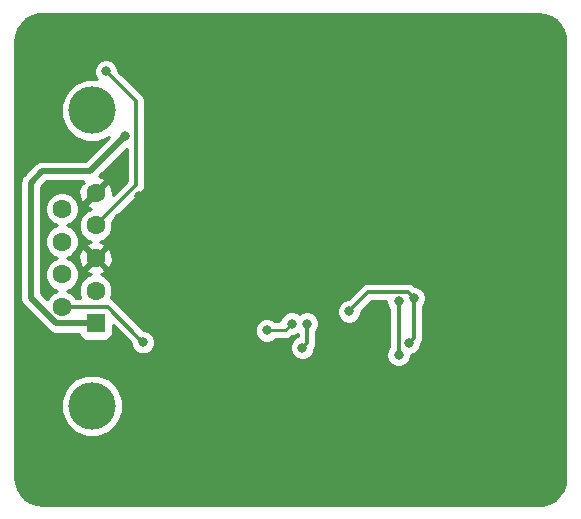
<source format=gbr>
G04 #@! TF.GenerationSoftware,KiCad,Pcbnew,(5.0.2)-1*
G04 #@! TF.CreationDate,2019-02-20T15:00:44+02:00*
G04 #@! TF.ProjectId,APPS_SMD,41505053-5f53-44d4-942e-6b696361645f,rev?*
G04 #@! TF.SameCoordinates,Original*
G04 #@! TF.FileFunction,Copper,L2,Bot*
G04 #@! TF.FilePolarity,Positive*
%FSLAX46Y46*%
G04 Gerber Fmt 4.6, Leading zero omitted, Abs format (unit mm)*
G04 Created by KiCad (PCBNEW (5.0.2)-1) date 2/20/2019 3:00:44 PM*
%MOMM*%
%LPD*%
G01*
G04 APERTURE LIST*
G04 #@! TA.AperFunction,ComponentPad*
%ADD10R,1.600000X1.600000*%
G04 #@! TD*
G04 #@! TA.AperFunction,ComponentPad*
%ADD11C,1.600000*%
G04 #@! TD*
G04 #@! TA.AperFunction,ComponentPad*
%ADD12C,4.000000*%
G04 #@! TD*
G04 #@! TA.AperFunction,ViaPad*
%ADD13C,4.000000*%
G04 #@! TD*
G04 #@! TA.AperFunction,ViaPad*
%ADD14C,0.800000*%
G04 #@! TD*
G04 #@! TA.AperFunction,Conductor*
%ADD15C,0.300000*%
G04 #@! TD*
G04 #@! TA.AperFunction,Conductor*
%ADD16C,0.250000*%
G04 #@! TD*
G04 #@! TA.AperFunction,Conductor*
%ADD17C,0.500000*%
G04 #@! TD*
G04 #@! TA.AperFunction,Conductor*
%ADD18C,0.254000*%
G04 #@! TD*
G04 APERTURE END LIST*
D10*
G04 #@! TO.P,J1,1*
G04 #@! TO.N,+12V*
X47500000Y-51910000D03*
D11*
G04 #@! TO.P,J1,2*
G04 #@! TO.N,VCC*
X47500000Y-49140000D03*
G04 #@! TO.P,J1,3*
G04 #@! TO.N,GND*
X47500000Y-46370000D03*
G04 #@! TO.P,J1,4*
G04 #@! TO.N,ERROR_PD*
X47500000Y-43600000D03*
G04 #@! TO.P,J1,5*
G04 #@! TO.N,GND*
X47500000Y-40830000D03*
G04 #@! TO.P,J1,6*
G04 #@! TO.N,APPS1*
X44660000Y-50525000D03*
G04 #@! TO.P,J1,7*
G04 #@! TO.N,APPS2*
X44660000Y-47755000D03*
G04 #@! TO.P,J1,8*
G04 #@! TO.N,APPS1*
X44660000Y-44985000D03*
G04 #@! TO.P,J1,9*
G04 #@! TO.N,ERROR_5V*
X44660000Y-42215000D03*
D12*
G04 #@! TO.P,J1,0*
G04 #@! TO.N,N/C*
X47200000Y-33870000D03*
X47200000Y-58870000D03*
G04 #@! TD*
D13*
G04 #@! TO.N,GND*
X43000000Y-28000000D03*
X85000000Y-28000000D03*
X43000000Y-65000000D03*
X85000000Y-65000000D03*
D14*
X55120000Y-52164000D03*
X60708000Y-47592000D03*
X60962000Y-50386000D03*
X60708000Y-58768000D03*
X60962000Y-62324000D03*
X51183000Y-41115000D03*
X67439000Y-61054000D03*
X57660000Y-36162000D03*
X65153000Y-33622000D03*
X62000000Y-29000000D03*
X64500000Y-29000000D03*
X67000000Y-29000000D03*
X69500000Y-29000000D03*
X72500000Y-29000000D03*
X74500000Y-31000000D03*
X76000000Y-32500000D03*
X78000000Y-34000000D03*
X80000000Y-36000000D03*
X82000000Y-39000000D03*
X84000000Y-42500000D03*
X84000000Y-44500000D03*
X80500000Y-44500000D03*
X80000000Y-41500000D03*
X78000000Y-38500000D03*
X81000000Y-29000000D03*
X83500000Y-32000000D03*
X85500000Y-35000000D03*
X79000000Y-27000000D03*
X70500000Y-33000000D03*
X74000000Y-36500000D03*
X74000000Y-40000000D03*
X76500000Y-41500000D03*
X76000000Y-35500000D03*
X73500000Y-34000000D03*
X62000000Y-36000000D03*
X63000000Y-38000000D03*
X56500000Y-38500000D03*
X53000000Y-39500000D03*
X49500000Y-38500000D03*
X49500000Y-43000000D03*
X44000000Y-37000000D03*
D13*
X43000000Y-28000000D03*
D14*
X43000000Y-28000000D03*
X46000000Y-29000000D03*
X45500000Y-26500000D03*
X42500000Y-53000000D03*
X42000000Y-55000000D03*
X42500000Y-59000000D03*
X45000000Y-62500000D03*
X48500000Y-65500000D03*
X47500000Y-55500000D03*
X52500000Y-66500000D03*
X56000000Y-65500000D03*
X59000000Y-65500000D03*
X62500000Y-65500000D03*
X66500000Y-65500000D03*
X70000000Y-65500000D03*
X75000000Y-65500000D03*
X80000000Y-65500000D03*
X86000000Y-61500000D03*
X82500000Y-60500000D03*
X80500000Y-57500000D03*
X80500000Y-54000000D03*
X80000000Y-49500000D03*
X78000000Y-49500000D03*
X59500000Y-54000000D03*
X63000000Y-55000000D03*
X42500000Y-32500000D03*
G04 #@! TO.N,VCC*
X65000000Y-53968000D03*
X65399999Y-51917001D03*
X68963000Y-50894000D03*
X74424000Y-49751000D03*
X74043000Y-53549000D03*
X62000000Y-52500000D03*
X64099600Y-51927669D03*
G04 #@! TO.N,APPS1*
X51500000Y-53500000D03*
G04 #@! TO.N,+12V*
X50000000Y-36000000D03*
G04 #@! TO.N,ERROR_PD*
X48389000Y-30574000D03*
G04 #@! TO.N,/vref2*
X73154000Y-54577000D03*
X73154000Y-50005000D03*
G04 #@! TD*
D15*
G04 #@! TO.N,GND*
X55120000Y-52164000D02*
X51818000Y-52164000D01*
X60708000Y-47592000D02*
X60708000Y-50132000D01*
X60708000Y-50132000D02*
X60962000Y-50386000D01*
X60708000Y-58768000D02*
X60708000Y-62070000D01*
X60708000Y-62070000D02*
X60962000Y-62324000D01*
X47500000Y-46370000D02*
X51183000Y-42687000D01*
X51183000Y-42687000D02*
X51183000Y-41115000D01*
D16*
X51818000Y-50688000D02*
X47500000Y-46370000D01*
X51818000Y-52164000D02*
X51818000Y-50688000D01*
D15*
G04 #@! TO.N,VCC*
X65399999Y-53568001D02*
X65399999Y-51917001D01*
X65000000Y-53968000D02*
X65399999Y-53568001D01*
X70602001Y-49254999D02*
X73927999Y-49254999D01*
X68963000Y-50894000D02*
X70602001Y-49254999D01*
X73927999Y-49254999D02*
X74424000Y-49751000D01*
X74424000Y-49751000D02*
X74424000Y-53168000D01*
X74424000Y-53168000D02*
X74043000Y-53549000D01*
D16*
X62000000Y-52500000D02*
X63527269Y-52500000D01*
X63527269Y-52500000D02*
X64099600Y-51927669D01*
D15*
G04 #@! TO.N,APPS1*
X51100001Y-53100001D02*
X51500000Y-53500000D01*
X48525000Y-50525000D02*
X51100001Y-53100001D01*
X44660000Y-50525000D02*
X48525000Y-50525000D01*
D17*
G04 #@! TO.N,+12V*
X44194998Y-51910000D02*
X42000000Y-49715002D01*
X47500000Y-51910000D02*
X44194998Y-51910000D01*
X42000000Y-49715002D02*
X42000000Y-40000000D01*
X43000000Y-39000000D02*
X47000000Y-39000000D01*
X42000000Y-40000000D02*
X43000000Y-39000000D01*
X47000000Y-39000000D02*
X50000000Y-36000000D01*
D15*
G04 #@! TO.N,ERROR_PD*
X48389000Y-30574000D02*
X50929000Y-33114000D01*
X50929000Y-40171000D02*
X47500000Y-43600000D01*
X50929000Y-33114000D02*
X50929000Y-38000000D01*
X50929000Y-38000000D02*
X50929000Y-40171000D01*
G04 #@! TO.N,/vref2*
X73154000Y-54577000D02*
X73154000Y-50005000D01*
G04 #@! TD*
D18*
G04 #@! TO.N,GND*
G36*
X85525708Y-25776100D02*
X86023212Y-25956685D01*
X86465835Y-26246881D01*
X86829823Y-26631116D01*
X87095658Y-27088784D01*
X87251892Y-27604629D01*
X87290001Y-28031629D01*
X87290000Y-64958752D01*
X87223900Y-65525708D01*
X87043315Y-66023212D01*
X86753118Y-66465834D01*
X86368884Y-66829823D01*
X85911216Y-67095658D01*
X85395371Y-67251892D01*
X84968382Y-67290000D01*
X43041248Y-67290000D01*
X42474292Y-67223900D01*
X41976788Y-67043315D01*
X41534166Y-66753118D01*
X41170177Y-66368884D01*
X40904342Y-65911216D01*
X40748108Y-65395371D01*
X40710000Y-64968382D01*
X40710000Y-58345866D01*
X44565000Y-58345866D01*
X44565000Y-59394134D01*
X44966155Y-60362608D01*
X45707392Y-61103845D01*
X46675866Y-61505000D01*
X47724134Y-61505000D01*
X48692608Y-61103845D01*
X49433845Y-60362608D01*
X49835000Y-59394134D01*
X49835000Y-58345866D01*
X49433845Y-57377392D01*
X48692608Y-56636155D01*
X47724134Y-56235000D01*
X46675866Y-56235000D01*
X45707392Y-56636155D01*
X44966155Y-57377392D01*
X44565000Y-58345866D01*
X40710000Y-58345866D01*
X40710000Y-40000000D01*
X41097663Y-40000000D01*
X41115001Y-40087165D01*
X41115000Y-49627841D01*
X41097663Y-49715002D01*
X41115000Y-49802163D01*
X41115000Y-49802166D01*
X41166348Y-50060311D01*
X41361951Y-50353051D01*
X41435847Y-50402427D01*
X43507575Y-52474156D01*
X43556949Y-52548049D01*
X43630842Y-52597423D01*
X43630843Y-52597424D01*
X43799324Y-52710000D01*
X43849688Y-52743652D01*
X44107833Y-52795000D01*
X44107837Y-52795000D01*
X44194998Y-52812337D01*
X44282159Y-52795000D01*
X46069467Y-52795000D01*
X46101843Y-52957765D01*
X46242191Y-53167809D01*
X46452235Y-53308157D01*
X46700000Y-53357440D01*
X48300000Y-53357440D01*
X48547765Y-53308157D01*
X48757809Y-53167809D01*
X48898157Y-52957765D01*
X48947440Y-52710000D01*
X48947440Y-52057597D01*
X50465000Y-53575158D01*
X50465000Y-53705874D01*
X50622569Y-54086280D01*
X50913720Y-54377431D01*
X51294126Y-54535000D01*
X51705874Y-54535000D01*
X52086280Y-54377431D01*
X52377431Y-54086280D01*
X52535000Y-53705874D01*
X52535000Y-53294126D01*
X52377431Y-52913720D01*
X52086280Y-52622569D01*
X51705874Y-52465000D01*
X51575158Y-52465000D01*
X51404284Y-52294126D01*
X60965000Y-52294126D01*
X60965000Y-52705874D01*
X61122569Y-53086280D01*
X61413720Y-53377431D01*
X61794126Y-53535000D01*
X62205874Y-53535000D01*
X62586280Y-53377431D01*
X62703711Y-53260000D01*
X63452422Y-53260000D01*
X63527269Y-53274888D01*
X63602116Y-53260000D01*
X63602121Y-53260000D01*
X63823806Y-53215904D01*
X64075198Y-53047929D01*
X64117600Y-52984470D01*
X64139401Y-52962669D01*
X64305474Y-52962669D01*
X64614999Y-52834460D01*
X64614999Y-53007197D01*
X64413720Y-53090569D01*
X64122569Y-53381720D01*
X63965000Y-53762126D01*
X63965000Y-54173874D01*
X64122569Y-54554280D01*
X64413720Y-54845431D01*
X64794126Y-55003000D01*
X65205874Y-55003000D01*
X65586280Y-54845431D01*
X65877431Y-54554280D01*
X66035000Y-54173874D01*
X66035000Y-54030617D01*
X66139453Y-53874293D01*
X66184999Y-53645317D01*
X66184999Y-53645314D01*
X66200377Y-53568002D01*
X66184999Y-53490690D01*
X66184999Y-52595712D01*
X66277430Y-52503281D01*
X66434999Y-52122875D01*
X66434999Y-51711127D01*
X66277430Y-51330721D01*
X65986279Y-51039570D01*
X65605873Y-50882001D01*
X65194125Y-50882001D01*
X64813719Y-51039570D01*
X64744466Y-51108824D01*
X64685880Y-51050238D01*
X64305474Y-50892669D01*
X63893726Y-50892669D01*
X63513320Y-51050238D01*
X63222169Y-51341389D01*
X63064600Y-51721795D01*
X63064600Y-51740000D01*
X62703711Y-51740000D01*
X62586280Y-51622569D01*
X62205874Y-51465000D01*
X61794126Y-51465000D01*
X61413720Y-51622569D01*
X61122569Y-51913720D01*
X60965000Y-52294126D01*
X51404284Y-52294126D01*
X49798284Y-50688126D01*
X67928000Y-50688126D01*
X67928000Y-51099874D01*
X68085569Y-51480280D01*
X68376720Y-51771431D01*
X68757126Y-51929000D01*
X69168874Y-51929000D01*
X69549280Y-51771431D01*
X69840431Y-51480280D01*
X69998000Y-51099874D01*
X69998000Y-50969157D01*
X70927159Y-50039999D01*
X72119000Y-50039999D01*
X72119000Y-50210874D01*
X72276569Y-50591280D01*
X72369001Y-50683712D01*
X72369000Y-53898289D01*
X72276569Y-53990720D01*
X72119000Y-54371126D01*
X72119000Y-54782874D01*
X72276569Y-55163280D01*
X72567720Y-55454431D01*
X72948126Y-55612000D01*
X73359874Y-55612000D01*
X73740280Y-55454431D01*
X74031431Y-55163280D01*
X74189000Y-54782874D01*
X74189000Y-54584000D01*
X74248874Y-54584000D01*
X74629280Y-54426431D01*
X74920431Y-54135280D01*
X75078000Y-53754874D01*
X75078000Y-53602182D01*
X75163454Y-53474292D01*
X75209000Y-53245316D01*
X75209000Y-53245312D01*
X75224378Y-53168001D01*
X75209000Y-53090690D01*
X75209000Y-50429711D01*
X75301431Y-50337280D01*
X75459000Y-49956874D01*
X75459000Y-49545126D01*
X75301431Y-49164720D01*
X75010280Y-48873569D01*
X74629874Y-48716000D01*
X74511962Y-48716000D01*
X74493952Y-48689046D01*
X74234291Y-48515545D01*
X74005315Y-48469999D01*
X74005311Y-48469999D01*
X73927999Y-48454621D01*
X73850687Y-48469999D01*
X70679311Y-48469999D01*
X70602000Y-48454621D01*
X70524689Y-48469999D01*
X70524685Y-48469999D01*
X70295709Y-48515545D01*
X70295707Y-48515546D01*
X70295708Y-48515546D01*
X70101592Y-48645250D01*
X70101590Y-48645252D01*
X70036048Y-48689046D01*
X69992254Y-48754588D01*
X68887843Y-49859000D01*
X68757126Y-49859000D01*
X68376720Y-50016569D01*
X68085569Y-50307720D01*
X67928000Y-50688126D01*
X49798284Y-50688126D01*
X49134749Y-50024592D01*
X49090953Y-49959047D01*
X48831292Y-49785546D01*
X48789299Y-49777193D01*
X48935000Y-49425439D01*
X48935000Y-48854561D01*
X48716534Y-48327138D01*
X48312862Y-47923466D01*
X47921782Y-47761475D01*
X48254005Y-47623864D01*
X48328139Y-47377745D01*
X47500000Y-46549605D01*
X46671861Y-47377745D01*
X46745995Y-47623864D01*
X47101739Y-47751732D01*
X46687138Y-47923466D01*
X46283466Y-48327138D01*
X46065000Y-48854561D01*
X46065000Y-49425439D01*
X46195296Y-49740000D01*
X45888075Y-49740000D01*
X45876534Y-49712138D01*
X45472862Y-49308466D01*
X45066150Y-49140000D01*
X45472862Y-48971534D01*
X45876534Y-48567862D01*
X46095000Y-48040439D01*
X46095000Y-47469561D01*
X45876534Y-46942138D01*
X45472862Y-46538466D01*
X45066150Y-46370000D01*
X45472862Y-46201534D01*
X45521173Y-46153223D01*
X46053035Y-46153223D01*
X46080222Y-46723454D01*
X46246136Y-47124005D01*
X46492255Y-47198139D01*
X47320395Y-46370000D01*
X47679605Y-46370000D01*
X48507745Y-47198139D01*
X48753864Y-47124005D01*
X48946965Y-46586777D01*
X48919778Y-46016546D01*
X48753864Y-45615995D01*
X48507745Y-45541861D01*
X47679605Y-46370000D01*
X47320395Y-46370000D01*
X46492255Y-45541861D01*
X46246136Y-45615995D01*
X46053035Y-46153223D01*
X45521173Y-46153223D01*
X45876534Y-45797862D01*
X46095000Y-45270439D01*
X46095000Y-44699561D01*
X45876534Y-44172138D01*
X45472862Y-43768466D01*
X45066150Y-43600000D01*
X45472862Y-43431534D01*
X45876534Y-43027862D01*
X46095000Y-42500439D01*
X46095000Y-41929561D01*
X45876534Y-41402138D01*
X45472862Y-40998466D01*
X44945439Y-40780000D01*
X44374561Y-40780000D01*
X43847138Y-40998466D01*
X43443466Y-41402138D01*
X43225000Y-41929561D01*
X43225000Y-42500439D01*
X43443466Y-43027862D01*
X43847138Y-43431534D01*
X44253850Y-43600000D01*
X43847138Y-43768466D01*
X43443466Y-44172138D01*
X43225000Y-44699561D01*
X43225000Y-45270439D01*
X43443466Y-45797862D01*
X43847138Y-46201534D01*
X44253850Y-46370000D01*
X43847138Y-46538466D01*
X43443466Y-46942138D01*
X43225000Y-47469561D01*
X43225000Y-48040439D01*
X43443466Y-48567862D01*
X43847138Y-48971534D01*
X44253850Y-49140000D01*
X43847138Y-49308466D01*
X43443466Y-49712138D01*
X43386425Y-49849848D01*
X42885000Y-49348424D01*
X42885000Y-40366578D01*
X43366579Y-39885000D01*
X46379364Y-39885000D01*
X46377378Y-39886986D01*
X46492253Y-40001861D01*
X46246136Y-40075995D01*
X46053035Y-40613223D01*
X46080222Y-41183454D01*
X46246136Y-41584005D01*
X46492255Y-41658139D01*
X47320395Y-40830000D01*
X47306252Y-40815858D01*
X47485858Y-40636252D01*
X47500000Y-40650395D01*
X48328139Y-39822255D01*
X48254005Y-39576136D01*
X47828416Y-39423162D01*
X50144001Y-37107578D01*
X50144001Y-37922680D01*
X50144000Y-37922685D01*
X50144001Y-39845841D01*
X48946788Y-41043055D01*
X48919778Y-40476546D01*
X48753864Y-40075995D01*
X48507745Y-40001861D01*
X47679605Y-40830000D01*
X47693748Y-40844142D01*
X47514142Y-41023748D01*
X47500000Y-41009605D01*
X46671861Y-41837745D01*
X46745995Y-42083864D01*
X47101739Y-42211732D01*
X46687138Y-42383466D01*
X46283466Y-42787138D01*
X46065000Y-43314561D01*
X46065000Y-43885439D01*
X46283466Y-44412862D01*
X46687138Y-44816534D01*
X47078218Y-44978525D01*
X46745995Y-45116136D01*
X46671861Y-45362255D01*
X47500000Y-46190395D01*
X48328139Y-45362255D01*
X48254005Y-45116136D01*
X47898261Y-44988268D01*
X48312862Y-44816534D01*
X48716534Y-44412862D01*
X48935000Y-43885439D01*
X48935000Y-43314561D01*
X48923459Y-43286698D01*
X51429411Y-40780747D01*
X51494953Y-40736953D01*
X51538747Y-40671411D01*
X51538749Y-40671409D01*
X51668453Y-40477293D01*
X51668454Y-40477292D01*
X51714000Y-40248316D01*
X51714000Y-40248312D01*
X51729378Y-40171001D01*
X51714000Y-40093690D01*
X51714000Y-33191310D01*
X51729378Y-33113999D01*
X51714000Y-33036688D01*
X51714000Y-33036684D01*
X51668454Y-32807708D01*
X51623711Y-32740746D01*
X51538749Y-32613591D01*
X51538747Y-32613589D01*
X51494953Y-32548047D01*
X51429411Y-32504253D01*
X49424000Y-30498843D01*
X49424000Y-30368126D01*
X49266431Y-29987720D01*
X48975280Y-29696569D01*
X48594874Y-29539000D01*
X48183126Y-29539000D01*
X47802720Y-29696569D01*
X47511569Y-29987720D01*
X47354000Y-30368126D01*
X47354000Y-30779874D01*
X47511569Y-31160280D01*
X47586289Y-31235000D01*
X46675866Y-31235000D01*
X45707392Y-31636155D01*
X44966155Y-32377392D01*
X44565000Y-33345866D01*
X44565000Y-34394134D01*
X44966155Y-35362608D01*
X45707392Y-36103845D01*
X46675866Y-36505000D01*
X47724134Y-36505000D01*
X48610613Y-36137809D01*
X46633422Y-38115000D01*
X43087161Y-38115000D01*
X43000000Y-38097663D01*
X42912839Y-38115000D01*
X42912835Y-38115000D01*
X42654690Y-38166348D01*
X42435845Y-38312576D01*
X42435844Y-38312577D01*
X42361951Y-38361951D01*
X42312577Y-38435844D01*
X41435845Y-39312577D01*
X41361952Y-39361951D01*
X41312578Y-39435844D01*
X41312576Y-39435846D01*
X41166348Y-39654691D01*
X41097663Y-40000000D01*
X40710000Y-40000000D01*
X40710000Y-28041247D01*
X40776100Y-27474292D01*
X40956685Y-26976788D01*
X41246881Y-26534165D01*
X41631116Y-26170177D01*
X42088784Y-25904342D01*
X42604629Y-25748108D01*
X43031618Y-25710000D01*
X84958753Y-25710000D01*
X85525708Y-25776100D01*
X85525708Y-25776100D01*
G37*
X85525708Y-25776100D02*
X86023212Y-25956685D01*
X86465835Y-26246881D01*
X86829823Y-26631116D01*
X87095658Y-27088784D01*
X87251892Y-27604629D01*
X87290001Y-28031629D01*
X87290000Y-64958752D01*
X87223900Y-65525708D01*
X87043315Y-66023212D01*
X86753118Y-66465834D01*
X86368884Y-66829823D01*
X85911216Y-67095658D01*
X85395371Y-67251892D01*
X84968382Y-67290000D01*
X43041248Y-67290000D01*
X42474292Y-67223900D01*
X41976788Y-67043315D01*
X41534166Y-66753118D01*
X41170177Y-66368884D01*
X40904342Y-65911216D01*
X40748108Y-65395371D01*
X40710000Y-64968382D01*
X40710000Y-58345866D01*
X44565000Y-58345866D01*
X44565000Y-59394134D01*
X44966155Y-60362608D01*
X45707392Y-61103845D01*
X46675866Y-61505000D01*
X47724134Y-61505000D01*
X48692608Y-61103845D01*
X49433845Y-60362608D01*
X49835000Y-59394134D01*
X49835000Y-58345866D01*
X49433845Y-57377392D01*
X48692608Y-56636155D01*
X47724134Y-56235000D01*
X46675866Y-56235000D01*
X45707392Y-56636155D01*
X44966155Y-57377392D01*
X44565000Y-58345866D01*
X40710000Y-58345866D01*
X40710000Y-40000000D01*
X41097663Y-40000000D01*
X41115001Y-40087165D01*
X41115000Y-49627841D01*
X41097663Y-49715002D01*
X41115000Y-49802163D01*
X41115000Y-49802166D01*
X41166348Y-50060311D01*
X41361951Y-50353051D01*
X41435847Y-50402427D01*
X43507575Y-52474156D01*
X43556949Y-52548049D01*
X43630842Y-52597423D01*
X43630843Y-52597424D01*
X43799324Y-52710000D01*
X43849688Y-52743652D01*
X44107833Y-52795000D01*
X44107837Y-52795000D01*
X44194998Y-52812337D01*
X44282159Y-52795000D01*
X46069467Y-52795000D01*
X46101843Y-52957765D01*
X46242191Y-53167809D01*
X46452235Y-53308157D01*
X46700000Y-53357440D01*
X48300000Y-53357440D01*
X48547765Y-53308157D01*
X48757809Y-53167809D01*
X48898157Y-52957765D01*
X48947440Y-52710000D01*
X48947440Y-52057597D01*
X50465000Y-53575158D01*
X50465000Y-53705874D01*
X50622569Y-54086280D01*
X50913720Y-54377431D01*
X51294126Y-54535000D01*
X51705874Y-54535000D01*
X52086280Y-54377431D01*
X52377431Y-54086280D01*
X52535000Y-53705874D01*
X52535000Y-53294126D01*
X52377431Y-52913720D01*
X52086280Y-52622569D01*
X51705874Y-52465000D01*
X51575158Y-52465000D01*
X51404284Y-52294126D01*
X60965000Y-52294126D01*
X60965000Y-52705874D01*
X61122569Y-53086280D01*
X61413720Y-53377431D01*
X61794126Y-53535000D01*
X62205874Y-53535000D01*
X62586280Y-53377431D01*
X62703711Y-53260000D01*
X63452422Y-53260000D01*
X63527269Y-53274888D01*
X63602116Y-53260000D01*
X63602121Y-53260000D01*
X63823806Y-53215904D01*
X64075198Y-53047929D01*
X64117600Y-52984470D01*
X64139401Y-52962669D01*
X64305474Y-52962669D01*
X64614999Y-52834460D01*
X64614999Y-53007197D01*
X64413720Y-53090569D01*
X64122569Y-53381720D01*
X63965000Y-53762126D01*
X63965000Y-54173874D01*
X64122569Y-54554280D01*
X64413720Y-54845431D01*
X64794126Y-55003000D01*
X65205874Y-55003000D01*
X65586280Y-54845431D01*
X65877431Y-54554280D01*
X66035000Y-54173874D01*
X66035000Y-54030617D01*
X66139453Y-53874293D01*
X66184999Y-53645317D01*
X66184999Y-53645314D01*
X66200377Y-53568002D01*
X66184999Y-53490690D01*
X66184999Y-52595712D01*
X66277430Y-52503281D01*
X66434999Y-52122875D01*
X66434999Y-51711127D01*
X66277430Y-51330721D01*
X65986279Y-51039570D01*
X65605873Y-50882001D01*
X65194125Y-50882001D01*
X64813719Y-51039570D01*
X64744466Y-51108824D01*
X64685880Y-51050238D01*
X64305474Y-50892669D01*
X63893726Y-50892669D01*
X63513320Y-51050238D01*
X63222169Y-51341389D01*
X63064600Y-51721795D01*
X63064600Y-51740000D01*
X62703711Y-51740000D01*
X62586280Y-51622569D01*
X62205874Y-51465000D01*
X61794126Y-51465000D01*
X61413720Y-51622569D01*
X61122569Y-51913720D01*
X60965000Y-52294126D01*
X51404284Y-52294126D01*
X49798284Y-50688126D01*
X67928000Y-50688126D01*
X67928000Y-51099874D01*
X68085569Y-51480280D01*
X68376720Y-51771431D01*
X68757126Y-51929000D01*
X69168874Y-51929000D01*
X69549280Y-51771431D01*
X69840431Y-51480280D01*
X69998000Y-51099874D01*
X69998000Y-50969157D01*
X70927159Y-50039999D01*
X72119000Y-50039999D01*
X72119000Y-50210874D01*
X72276569Y-50591280D01*
X72369001Y-50683712D01*
X72369000Y-53898289D01*
X72276569Y-53990720D01*
X72119000Y-54371126D01*
X72119000Y-54782874D01*
X72276569Y-55163280D01*
X72567720Y-55454431D01*
X72948126Y-55612000D01*
X73359874Y-55612000D01*
X73740280Y-55454431D01*
X74031431Y-55163280D01*
X74189000Y-54782874D01*
X74189000Y-54584000D01*
X74248874Y-54584000D01*
X74629280Y-54426431D01*
X74920431Y-54135280D01*
X75078000Y-53754874D01*
X75078000Y-53602182D01*
X75163454Y-53474292D01*
X75209000Y-53245316D01*
X75209000Y-53245312D01*
X75224378Y-53168001D01*
X75209000Y-53090690D01*
X75209000Y-50429711D01*
X75301431Y-50337280D01*
X75459000Y-49956874D01*
X75459000Y-49545126D01*
X75301431Y-49164720D01*
X75010280Y-48873569D01*
X74629874Y-48716000D01*
X74511962Y-48716000D01*
X74493952Y-48689046D01*
X74234291Y-48515545D01*
X74005315Y-48469999D01*
X74005311Y-48469999D01*
X73927999Y-48454621D01*
X73850687Y-48469999D01*
X70679311Y-48469999D01*
X70602000Y-48454621D01*
X70524689Y-48469999D01*
X70524685Y-48469999D01*
X70295709Y-48515545D01*
X70295707Y-48515546D01*
X70295708Y-48515546D01*
X70101592Y-48645250D01*
X70101590Y-48645252D01*
X70036048Y-48689046D01*
X69992254Y-48754588D01*
X68887843Y-49859000D01*
X68757126Y-49859000D01*
X68376720Y-50016569D01*
X68085569Y-50307720D01*
X67928000Y-50688126D01*
X49798284Y-50688126D01*
X49134749Y-50024592D01*
X49090953Y-49959047D01*
X48831292Y-49785546D01*
X48789299Y-49777193D01*
X48935000Y-49425439D01*
X48935000Y-48854561D01*
X48716534Y-48327138D01*
X48312862Y-47923466D01*
X47921782Y-47761475D01*
X48254005Y-47623864D01*
X48328139Y-47377745D01*
X47500000Y-46549605D01*
X46671861Y-47377745D01*
X46745995Y-47623864D01*
X47101739Y-47751732D01*
X46687138Y-47923466D01*
X46283466Y-48327138D01*
X46065000Y-48854561D01*
X46065000Y-49425439D01*
X46195296Y-49740000D01*
X45888075Y-49740000D01*
X45876534Y-49712138D01*
X45472862Y-49308466D01*
X45066150Y-49140000D01*
X45472862Y-48971534D01*
X45876534Y-48567862D01*
X46095000Y-48040439D01*
X46095000Y-47469561D01*
X45876534Y-46942138D01*
X45472862Y-46538466D01*
X45066150Y-46370000D01*
X45472862Y-46201534D01*
X45521173Y-46153223D01*
X46053035Y-46153223D01*
X46080222Y-46723454D01*
X46246136Y-47124005D01*
X46492255Y-47198139D01*
X47320395Y-46370000D01*
X47679605Y-46370000D01*
X48507745Y-47198139D01*
X48753864Y-47124005D01*
X48946965Y-46586777D01*
X48919778Y-46016546D01*
X48753864Y-45615995D01*
X48507745Y-45541861D01*
X47679605Y-46370000D01*
X47320395Y-46370000D01*
X46492255Y-45541861D01*
X46246136Y-45615995D01*
X46053035Y-46153223D01*
X45521173Y-46153223D01*
X45876534Y-45797862D01*
X46095000Y-45270439D01*
X46095000Y-44699561D01*
X45876534Y-44172138D01*
X45472862Y-43768466D01*
X45066150Y-43600000D01*
X45472862Y-43431534D01*
X45876534Y-43027862D01*
X46095000Y-42500439D01*
X46095000Y-41929561D01*
X45876534Y-41402138D01*
X45472862Y-40998466D01*
X44945439Y-40780000D01*
X44374561Y-40780000D01*
X43847138Y-40998466D01*
X43443466Y-41402138D01*
X43225000Y-41929561D01*
X43225000Y-42500439D01*
X43443466Y-43027862D01*
X43847138Y-43431534D01*
X44253850Y-43600000D01*
X43847138Y-43768466D01*
X43443466Y-44172138D01*
X43225000Y-44699561D01*
X43225000Y-45270439D01*
X43443466Y-45797862D01*
X43847138Y-46201534D01*
X44253850Y-46370000D01*
X43847138Y-46538466D01*
X43443466Y-46942138D01*
X43225000Y-47469561D01*
X43225000Y-48040439D01*
X43443466Y-48567862D01*
X43847138Y-48971534D01*
X44253850Y-49140000D01*
X43847138Y-49308466D01*
X43443466Y-49712138D01*
X43386425Y-49849848D01*
X42885000Y-49348424D01*
X42885000Y-40366578D01*
X43366579Y-39885000D01*
X46379364Y-39885000D01*
X46377378Y-39886986D01*
X46492253Y-40001861D01*
X46246136Y-40075995D01*
X46053035Y-40613223D01*
X46080222Y-41183454D01*
X46246136Y-41584005D01*
X46492255Y-41658139D01*
X47320395Y-40830000D01*
X47306252Y-40815858D01*
X47485858Y-40636252D01*
X47500000Y-40650395D01*
X48328139Y-39822255D01*
X48254005Y-39576136D01*
X47828416Y-39423162D01*
X50144001Y-37107578D01*
X50144001Y-37922680D01*
X50144000Y-37922685D01*
X50144001Y-39845841D01*
X48946788Y-41043055D01*
X48919778Y-40476546D01*
X48753864Y-40075995D01*
X48507745Y-40001861D01*
X47679605Y-40830000D01*
X47693748Y-40844142D01*
X47514142Y-41023748D01*
X47500000Y-41009605D01*
X46671861Y-41837745D01*
X46745995Y-42083864D01*
X47101739Y-42211732D01*
X46687138Y-42383466D01*
X46283466Y-42787138D01*
X46065000Y-43314561D01*
X46065000Y-43885439D01*
X46283466Y-44412862D01*
X46687138Y-44816534D01*
X47078218Y-44978525D01*
X46745995Y-45116136D01*
X46671861Y-45362255D01*
X47500000Y-46190395D01*
X48328139Y-45362255D01*
X48254005Y-45116136D01*
X47898261Y-44988268D01*
X48312862Y-44816534D01*
X48716534Y-44412862D01*
X48935000Y-43885439D01*
X48935000Y-43314561D01*
X48923459Y-43286698D01*
X51429411Y-40780747D01*
X51494953Y-40736953D01*
X51538747Y-40671411D01*
X51538749Y-40671409D01*
X51668453Y-40477293D01*
X51668454Y-40477292D01*
X51714000Y-40248316D01*
X51714000Y-40248312D01*
X51729378Y-40171001D01*
X51714000Y-40093690D01*
X51714000Y-33191310D01*
X51729378Y-33113999D01*
X51714000Y-33036688D01*
X51714000Y-33036684D01*
X51668454Y-32807708D01*
X51623711Y-32740746D01*
X51538749Y-32613591D01*
X51538747Y-32613589D01*
X51494953Y-32548047D01*
X51429411Y-32504253D01*
X49424000Y-30498843D01*
X49424000Y-30368126D01*
X49266431Y-29987720D01*
X48975280Y-29696569D01*
X48594874Y-29539000D01*
X48183126Y-29539000D01*
X47802720Y-29696569D01*
X47511569Y-29987720D01*
X47354000Y-30368126D01*
X47354000Y-30779874D01*
X47511569Y-31160280D01*
X47586289Y-31235000D01*
X46675866Y-31235000D01*
X45707392Y-31636155D01*
X44966155Y-32377392D01*
X44565000Y-33345866D01*
X44565000Y-34394134D01*
X44966155Y-35362608D01*
X45707392Y-36103845D01*
X46675866Y-36505000D01*
X47724134Y-36505000D01*
X48610613Y-36137809D01*
X46633422Y-38115000D01*
X43087161Y-38115000D01*
X43000000Y-38097663D01*
X42912839Y-38115000D01*
X42912835Y-38115000D01*
X42654690Y-38166348D01*
X42435845Y-38312576D01*
X42435844Y-38312577D01*
X42361951Y-38361951D01*
X42312577Y-38435844D01*
X41435845Y-39312577D01*
X41361952Y-39361951D01*
X41312578Y-39435844D01*
X41312576Y-39435846D01*
X41166348Y-39654691D01*
X41097663Y-40000000D01*
X40710000Y-40000000D01*
X40710000Y-28041247D01*
X40776100Y-27474292D01*
X40956685Y-26976788D01*
X41246881Y-26534165D01*
X41631116Y-26170177D01*
X42088784Y-25904342D01*
X42604629Y-25748108D01*
X43031618Y-25710000D01*
X84958753Y-25710000D01*
X85525708Y-25776100D01*
G04 #@! TD*
M02*

</source>
